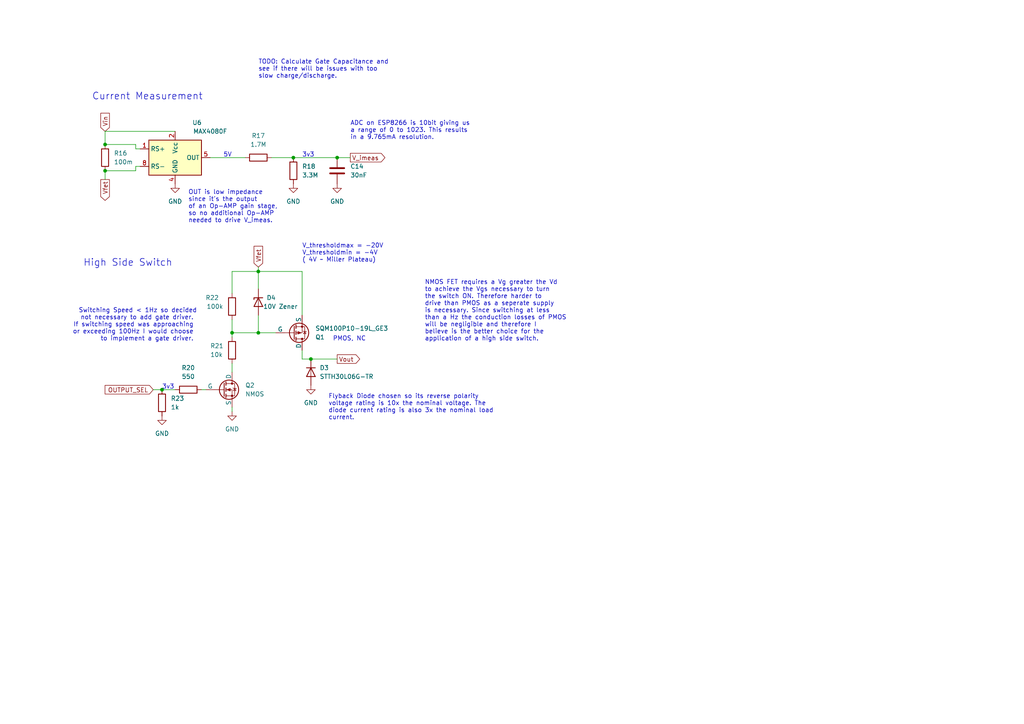
<source format=kicad_sch>
(kicad_sch (version 20230121) (generator eeschema)
  (paper "A4")
  (title_block (title "Local High Side Switch and Current Measurement Circuit"))
  (lib_symbols
    (symbol "Amplifier_Current:MAX4080F"
      (property "Reference" "U" (at -7.62 6.35 0))
      (property "Value" "MAX4080F" (at 2.54 6.35 0))
      (symbol "MAX4080F_0_1"
        (rectangle (start -7.62 5.08) (end 7.62 -5.08) (stroke (width 0.254)) (fill (type background)))
      )
      (symbol "MAX4080F_1_1"
        (pin input line (at -10.16 2.54 0) (length 2.54) (name "RS+") (number "1"))
        (pin power_in line (at 0 7.62 270) (length 2.54) (name "Vcc") (number "2"))
        (pin no_connect line (at 2.54 -5.08 90) (length 2.54) hide (name "NC") (number "3"))
        (pin power_in line (at 0 -7.62 90) (length 2.54) (name "GND") (number "4"))
        (pin output line (at 10.16 0 180) (length 2.54) (name "OUT") (number "5"))
        (pin no_connect line (at 5.08 -5.08 90) (length 2.54) hide (name "NC") (number "6"))
        (pin no_connect line (at 7.62 -5.08 90) (length 2.54) hide (name "NC") (number "7"))
        (pin input line (at -10.16 -2.54 0) (length 2.54) (name "RS-") (number "8"))
      )
    )
    (symbol "Device:C" (pin_numbers hide) (pin_names (offset 0.254))
      (property "Reference" "C" (at 0.635 2.54 0))
      (property "Value" "C" (at 0.635 -2.54 0))
      (symbol "C_0_1"
        (polyline (pts (xy -2.032 -0.762) (xy 2.032 -0.762)) (stroke (width 0.508)))
        (polyline (pts (xy -2.032 0.762) (xy 2.032 0.762)) (stroke (width 0.508)))
      )
      (symbol "C_1_1"
        (pin passive line (at 0 3.81 270) (length 2.794) (name "~") (number "1"))
        (pin passive line (at 0 -3.81 90) (length 2.794) (name "~") (number "2"))
      )
    )
    (symbol "Device:D" (pin_numbers hide) (pin_names (offset 1.016) hide)
      (property "Reference" "D" (at 0 2.54 0))
      (property "Value" "D" (at 0 -2.54 0))
      (symbol "D_0_1"
        (polyline (pts (xy -1.27 1.27) (xy -1.27 -1.27)) (stroke (width 0.254)))
        (polyline (pts (xy 1.27 0) (xy -1.27 0)))
        (polyline (pts (xy 1.27 1.27) (xy 1.27 -1.27) (xy -1.27 0) (xy 1.27 1.27)) (stroke (width 0.254)))
      )
      (symbol "D_1_1"
        (pin passive line (at -3.81 0 0) (length 2.54) (name "K") (number "1"))
        (pin passive line (at 3.81 0 180) (length 2.54) (name "A") (number "2"))
      )
    )
    (symbol "Device:D_Zener" (pin_numbers hide) (pin_names (offset 1.016) hide)
      (property "Reference" "D" (at 0 2.54 0))
      (property "Value" "D_Zener" (at 0 -2.54 0))
      (symbol "D_Zener_0_1"
        (polyline (pts (xy 1.27 0) (xy -1.27 0)))
        (polyline (pts (xy -1.27 -1.27) (xy -1.27 1.27) (xy -0.762 1.27)) (stroke (width 0.254)))
        (polyline (pts (xy 1.27 -1.27) (xy 1.27 1.27) (xy -1.27 0) (xy 1.27 -1.27)) (stroke (width 0.254)))
      )
      (symbol "D_Zener_1_1"
        (pin passive line (at -3.81 0 0) (length 2.54) (name "K") (number "1"))
        (pin passive line (at 3.81 0 180) (length 2.54) (name "A") (number "2"))
      )
    )
    (symbol "Device:R" (pin_numbers hide) (pin_names (offset 0))
      (property "Reference" "R" (at 2.032 0 90))
      (property "Value" "R" (at 0 0 90))
      (symbol "R_0_1"
        (rectangle (start -1.016 -2.54) (end 1.016 2.54) (stroke (width 0.254)))
      )
      (symbol "R_1_1"
        (pin passive line (at 0 3.81 270) (length 1.27) (name "~") (number "1"))
        (pin passive line (at 0 -3.81 90) (length 1.27) (name "~") (number "2"))
      )
    )
    (symbol "Simulation_SPICE:NMOS" (pin_numbers hide) (pin_names (offset 0))
      (property "Reference" "Q" (at 5.08 1.27 0))
      (property "Value" "NMOS" (at 5.08 -1.27 0))
      (symbol "NMOS_0_1"
        (polyline (pts (xy 0.254 0) (xy -2.54 0)))
        (polyline (pts (xy 0.254 1.905) (xy 0.254 -1.905)) (stroke (width 0.254)))
        (polyline (pts (xy 0.762 -1.27) (xy 0.762 -2.286)) (stroke (width 0.254)))
        (polyline (pts (xy 0.762 0.508) (xy 0.762 -0.508)) (stroke (width 0.254)))
        (polyline (pts (xy 0.762 2.286) (xy 0.762 1.27)) (stroke (width 0.254)))
        (polyline (pts (xy 2.54 2.54) (xy 2.54 1.778)))
        (polyline (pts (xy 2.54 -2.54) (xy 2.54 0) (xy 0.762 0)))
        (polyline (pts (xy 0.762 -1.778) (xy 3.302 -1.778) (xy 3.302 1.778) (xy 0.762 1.778)))
        (polyline (pts (xy 1.016 0) (xy 2.032 0.381) (xy 2.032 -0.381) (xy 1.016 0)) (fill (type outline)))
        (polyline (pts (xy 2.794 0.508) (xy 2.921 0.381) (xy 3.683 0.381) (xy 3.81 0.254)))
        (polyline (pts (xy 3.302 0.381) (xy 2.921 -0.254) (xy 3.683 -0.254) (xy 3.302 0.381)))
        (circle (center 1.651 0) (radius 2.794) (stroke (width 0.254)))
        (circle (center 2.54 -1.778) (radius 0.254) (fill (type outline)))
        (circle (center 2.54 1.778) (radius 0.254) (fill (type outline)))
      )
      (symbol "NMOS_1_1"
        (pin passive line (at 2.54 5.08 270) (length 2.54) (name "D") (number "1"))
        (pin input line (at -5.08 0 0) (length 2.54) (name "G") (number "2"))
        (pin passive line (at 2.54 -5.08 90) (length 2.54) (name "S") (number "3"))
      )
    )
    (symbol "Simulation_SPICE:PMOS" (pin_numbers hide) (pin_names (offset 0))
      (property "Reference" "Q" (at 5.08 1.27 0))
      (property "Value" "PMOS" (at 5.08 -1.27 0))
      (symbol "PMOS_0_1"
        (polyline (pts (xy 0.254 0) (xy -2.54 0)))
        (polyline (pts (xy 0.254 1.905) (xy 0.254 -1.905)) (stroke (width 0.254)))
        (polyline (pts (xy 0.762 -1.27) (xy 0.762 -2.286)) (stroke (width 0.254)))
        (polyline (pts (xy 0.762 0.508) (xy 0.762 -0.508)) (stroke (width 0.254)))
        (polyline (pts (xy 0.762 2.286) (xy 0.762 1.27)) (stroke (width 0.254)))
        (polyline (pts (xy 2.54 2.54) (xy 2.54 1.778)))
        (polyline (pts (xy 2.54 -2.54) (xy 2.54 0) (xy 0.762 0)))
        (polyline (pts (xy 0.762 1.778) (xy 3.302 1.778) (xy 3.302 -1.778) (xy 0.762 -1.778)))
        (polyline (pts (xy 2.286 0) (xy 1.27 0.381) (xy 1.27 -0.381) (xy 2.286 0)) (fill (type outline)))
        (polyline (pts (xy 2.794 -0.508) (xy 2.921 -0.381) (xy 3.683 -0.381) (xy 3.81 -0.254)))
        (polyline (pts (xy 3.302 -0.381) (xy 2.921 0.254) (xy 3.683 0.254) (xy 3.302 -0.381)))
        (circle (center 1.651 0) (radius 2.794) (stroke (width 0.254)))
        (circle (center 2.54 -1.778) (radius 0.254) (fill (type outline)))
        (circle (center 2.54 1.778) (radius 0.254) (fill (type outline)))
      )
      (symbol "PMOS_1_1"
        (pin passive line (at 2.54 5.08 270) (length 2.54) (name "D") (number "1"))
        (pin input line (at -5.08 0 0) (length 2.54) (name "G") (number "2"))
        (pin passive line (at 2.54 -5.08 90) (length 2.54) (name "S") (number "3"))
      )
    )
    (symbol "power:GND" (power) (pin_names (offset 0))
      (property "Value" "GND" (at 0 -3.81 0))
      (symbol "GND_0_1"
        (polyline (pts (xy 0 0) (xy 0 -1.27) (xy 1.27 -1.27) (xy 0 -2.54) (xy -1.27 -1.27) (xy 0 -1.27)))
      )
      (symbol "GND_1_1"
        (pin power_in line (at 0 0 270) (length 0) hide (name "GND") (number "1"))
      )
    )
  )
  (junction (at 90.17 104.14))
  (junction (at 97.79 45.72))
  (junction (at 85.09 45.72))
  (junction (at 30.48 41.91))
  (junction (at 30.48 49.53))
  (junction (at 74.93 96.52))
  (junction (at 46.99 113.03))
  (junction (at 67.31 96.52))
  (junction (at 74.93 78.74))
  (wire (pts (xy 59.69 113.03) (xy 58.42 113.03)))
  (wire (pts (xy 67.31 96.52) (xy 74.93 96.52)))
  (wire (pts (xy 40.64 48.26) (xy 39.37 48.26)))
  (wire (pts (xy 67.31 78.74) (xy 67.31 85.09)))
  (wire (pts (xy 67.31 78.74) (xy 74.93 78.74)))
  (wire (pts (xy 85.09 45.72) (xy 78.74 45.72)))
  (wire (pts (xy 67.31 105.41) (xy 67.31 107.95)))
  (wire (pts (xy 46.99 113.03) (xy 50.8 113.03)))
  (wire (pts (xy 87.63 78.74) (xy 87.63 91.44)))
  (wire (pts (xy 39.37 43.18) (xy 39.37 41.91)))
  (wire (pts (xy 74.93 96.52) (xy 74.93 91.44)))
  (wire (pts (xy 44.45 113.03) (xy 46.99 113.03)))
  (wire (pts (xy 97.79 45.72) (xy 101.6 45.72)))
  (wire (pts (xy 74.93 96.52) (xy 80.01 96.52)))
  (wire (pts (xy 50.8 38.1) (xy 30.48 38.1)))
  (wire (pts (xy 67.31 92.71) (xy 67.31 96.52)))
  (wire (pts (xy 67.31 118.11) (xy 67.31 119.38)))
  (wire (pts (xy 39.37 48.26) (xy 39.37 49.53)))
  (wire (pts (xy 39.37 49.53) (xy 30.48 49.53)))
  (wire (pts (xy 85.09 45.72) (xy 97.79 45.72)))
  (wire (pts (xy 74.93 77.47) (xy 74.93 78.74)))
  (wire (pts (xy 30.48 38.1) (xy 30.48 41.91)))
  (wire (pts (xy 90.17 104.14) (xy 97.79 104.14)))
  (wire (pts (xy 87.63 104.14) (xy 90.17 104.14)))
  (wire (pts (xy 87.63 104.14) (xy 87.63 101.6)))
  (wire (pts (xy 60.96 45.72) (xy 71.12 45.72)))
  (wire (pts (xy 74.93 78.74) (xy 87.63 78.74)))
  (wire (pts (xy 39.37 43.18) (xy 40.64 43.18)))
  (wire (pts (xy 39.37 41.91) (xy 30.48 41.91)))
  (wire (pts (xy 30.48 49.53) (xy 30.48 52.07)))
  (wire (pts (xy 74.93 83.82) (xy 74.93 78.74)))
  (wire (pts (xy 67.31 96.52) (xy 67.31 97.79)))
  (text "3v3" (at 87.63 45.72 0) (effects (font (size 1.27 1.27)) (justify left bottom)))
  (text "OUT is low impedance\nsince it's the output\nof an Op-AMP gain stage, \nso no additional Op-AMP \nneeded to drive V_imeas. " (at 54.61 64.77 0) (effects (font (size 1.27 1.27)) (justify left bottom)))
  (text "Switching Speed < 1Hz so decided\nnot necessary to add gate driver. \nIf switching speed was approaching \nor exceeding 100Hz I would choose \nto implement a gate driver. " (at 57.15 99.06 0) (effects (font (size 1.27 1.27)) (justify right bottom)))
  (text "3v3" (at 46.99 113.03 0) (effects (font (size 1.27 1.27)) (justify left bottom)))
  (text "5V" (at 64.77 45.72 0) (effects (font (size 1.27 1.27)) (justify left bottom)))
  (text "Flyback Diode chosen so its reverse polarity\nvoltage rating is 10x the nominal voltage. The\ndiode current rating is also 3x the nominal load\ncurrent. " (at 95.25 121.92 0) (effects (font (size 1.27 1.27)) (justify left bottom)))
  (text "High Side Switch" (at 24.13 77.47 0) (effects (font (size 2 2)) (justify left bottom)))
  (text "V_thresholdmax = -20V\nV_thresholdmin = -4V \n( 4V ~ Miller Plateau)" (at 87.63 76.2 0) (effects (font (size 1.27 1.27)) (justify left bottom)))
  (text "Current Measurement" (at 26.67 29.21 0) (effects (font (size 2 2)) (justify left bottom)))
  (text "NMOS FET requires a Vg greater the Vd\nto achieve the Vgs necessary to turn\nthe switch ON. Therefore harder to \ndrive than PMOS as a seperate supply\nis necessary. Since switching at less\nthan a Hz the conduction losses of PMOS\nwill be negligible and therefore I \nbelieve is the better choice for the \napplication of a high side switch. " (at 123.19 99.06 0) (effects (font (size 1.27 1.27)) (justify left bottom)))
  (text "ADC on ESP8266 is 10bit giving us \na range of 0 to 1023. This results\nin a 9.765mA resolution. " (at 101.6 40.64 0) (effects (font (size 1.27 1.27)) (justify left bottom)))
  (text "PMOS, NC" (at 96.52 99.06 0) (effects (font (size 1.27 1.27)) (justify left bottom)))
  (text "TODO: Calculate Gate Capacitance and \nsee if there will be issues with too \nslow charge/discharge. " (at 74.93 22.86 0) (effects (font (size 1.27 1.27)) (justify left bottom)))
  (global_label "Vout" (shape output) (at 97.79 104.14 0) (property "Intersheetrefs" "${INTERSHEET_REFS}" (effects hide)))
  (global_label "Vfet" (shape output) (at 30.48 52.07 270) (property "Intersheetrefs" "${INTERSHEET_REFS}" (effects hide)))
  (global_label "OUTPUT_SEL" (shape input) (at 44.45 113.03 180) (property "Intersheetrefs" "${INTERSHEET_REFS}" (effects hide)))
  (global_label "V_imeas" (shape output) (at 101.6 45.72 0) (property "Intersheetrefs" "${INTERSHEET_REFS}" (effects hide)))
  (global_label "Vin" (shape input) (at 30.48 38.1 90) (property "Intersheetrefs" "${INTERSHEET_REFS}" (effects hide)))
  (global_label "Vfet" (shape input) (at 74.93 77.47 90) (property "Intersheetrefs" "${INTERSHEET_REFS}" (effects hide)))
  (symbol (lib_id "Amplifier_Current:MAX4080F") (at 50.8 45.72 0) (unit 1)
    (property "Reference" "U6" (at 57.15 35.56 0))
    (property "Value" "MAX4080F" (at 60.96 38.1 0))
    (property "Datasheet" "http://datasheets.maximintegrated.com/en/ds/MAX4080-MAX4081.pdf" (effects hide))
  )
  (symbol (lib_id "Device:R") (at 85.09 49.53 0) (unit 1)
    (property "Reference" "R18" (at 87.63 48.26 0) (effects (justify left)))
    (property "Value" "3.3M" (at 87.63 50.8 0) (effects (justify left)))
  )
  (symbol (lib_id "Device:R") (at 67.31 88.9 0) (mirror y) (unit 1)
    (property "Reference" "R22" (at 63.5 86.36 0) (effects (justify left)))
    (property "Value" "100k" (at 64.77 88.9 0) (effects (justify left)))
  )
  (symbol (lib_id "Device:R") (at 74.93 45.72 270) (unit 1)
    (property "Reference" "R17" (at 74.93 39.37 90))
    (property "Value" "1.7M" (at 74.93 41.91 90))
  )
  (symbol (lib_id "power:GND") (at 67.31 119.38 0) (unit 1)
    (property "Reference" "#PWR029" (effects hide))
    (property "Value" "GND" (at 67.31 124.46 0))
  )
  (symbol (lib_id "power:GND") (at 50.8 53.34 0) (unit 1)
    (property "Reference" "#PWR023" (effects hide))
    (property "Value" "GND" (at 50.8 58.42 0))
  )
  (symbol (lib_id "Device:D") (at 90.17 107.95 270) (unit 1)
    (property "Reference" "D3" (at 92.71 106.68 90) (effects (justify left)))
    (property "Value" "STTH30L06G-TR" (at 92.71 109.22 90) (effects (justify left)))
    (property "Sim.Device" "D" (effects hide))
    (property "Sim.Pins" "1=K 2=A" (effects hide))
  )
  (symbol (lib_id "Device:C") (at 97.79 49.53 0) (unit 1)
    (property "Reference" "C14" (at 101.6 48.26 0) (effects (justify left)))
    (property "Value" "30nF" (at 101.6 50.8 0) (effects (justify left)))
  )
  (symbol (lib_id "power:GND") (at 46.99 120.65 0) (unit 1)
    (property "Reference" "#PWR030" (effects hide))
    (property "Value" "GND" (at 46.99 125.73 0))
  )
  (symbol (lib_id "Device:R") (at 30.48 45.72 0) (unit 1)
    (property "Reference" "R16" (at 33.02 44.45 0) (effects (justify left)))
    (property "Value" "100m" (at 33.02 46.99 0) (effects (justify left)))
  )
  (symbol (lib_id "Device:R") (at 67.31 101.6 0) (unit 1)
    (property "Reference" "R21" (at 60.96 100.33 0) (effects (justify left)))
    (property "Value" "10k" (at 60.96 102.87 0) (effects (justify left)))
  )
  (symbol (lib_id "Simulation_SPICE:NMOS") (at 64.77 113.03 0) (unit 1)
    (property "Reference" "Q2" (at 71.12 111.76 0) (effects (justify left)))
    (property "Value" "NMOS" (at 71.12 114.3 0) (effects (justify left)))
    (property "Datasheet" "https://ngspice.sourceforge.io/docs/ngspice-manual.pdf" (effects hide))
    (property "Sim.Device" "NMOS" (effects hide))
    (property "Sim.Type" "VDMOS" (effects hide))
    (property "Sim.Pins" "1=D 2=G 3=S" (effects hide))
  )
  (symbol (lib_id "power:GND") (at 90.17 111.76 0) (unit 1)
    (property "Reference" "#PWR031" (effects hide))
    (property "Value" "GND" (at 90.17 116.84 0))
  )
  (symbol (lib_id "Simulation_SPICE:PMOS") (at 85.09 96.52 0) (mirror x) (unit 1)
    (property "Reference" "Q1" (at 91.44 97.79 0) (effects (justify left)))
    (property "Value" "SQM100P10-19L_GE3" (at 91.44 95.25 0) (effects (justify left)))
    (property "Datasheet" "https://ngspice.sourceforge.io/docs/ngspice-manual.pdf" (effects hide))
    (property "Sim.Device" "PMOS" (effects hide))
    (property "Sim.Type" "VDMOS" (effects hide))
    (property "Sim.Pins" "1=D 2=G 3=S" (effects hide))
  )
  (symbol (lib_id "power:GND") (at 97.79 53.34 0) (unit 1)
    (property "Reference" "#PWR028" (effects hide))
    (property "Value" "GND" (at 97.79 58.42 0))
  )
  (symbol (lib_id "power:GND") (at 85.09 53.34 0) (unit 1)
    (property "Reference" "#PWR027" (effects hide))
    (property "Value" "GND" (at 85.09 58.42 0))
  )
  (symbol (lib_id "Device:R") (at 46.99 116.84 0) (unit 1)
    (property "Reference" "R23" (at 49.53 115.57 0) (effects (justify left)))
    (property "Value" "1k" (at 49.53 118.11 0) (effects (justify left)))
  )
  (symbol (lib_id "Device:R") (at 54.61 113.03 270) (unit 1)
    (property "Reference" "R20" (at 54.61 106.68 90))
    (property "Value" "550" (at 54.61 109.22 90))
  )
  (symbol (lib_id "Device:D_Zener") (at 74.93 87.63 90) (mirror x) (unit 1)
    (property "Reference" "D4" (at 80.01 86.36 90) (effects (justify left)))
    (property "Value" "10V Zener" (at 86.36 88.9 90) (effects (justify left)))
  )
)
</source>
